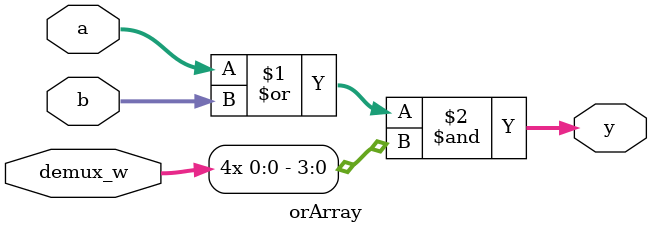
<source format=v>
module orArray(
    input [3:0] a, b,
    input demux_w,
    output [3:0] y
);
    assign y = (a | b) & {4{demux_w}};
endmodule
</source>
